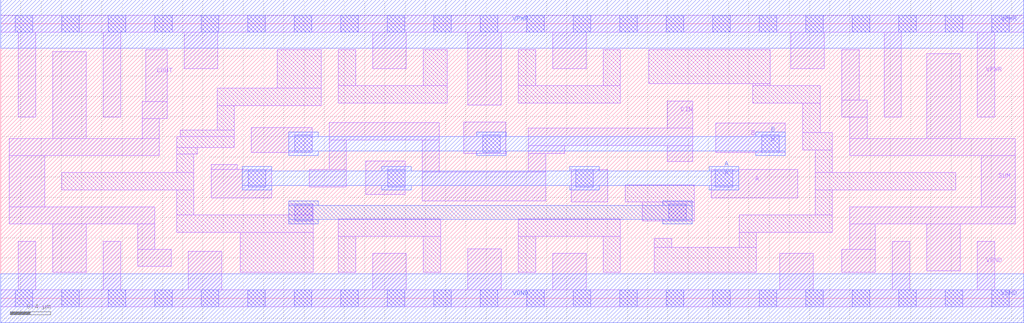
<source format=lef>
# Copyright 2020 The SkyWater PDK Authors
#
# Licensed under the Apache License, Version 2.0 (the "License");
# you may not use this file except in compliance with the License.
# You may obtain a copy of the License at
#
#     https://www.apache.org/licenses/LICENSE-2.0
#
# Unless required by applicable law or agreed to in writing, software
# distributed under the License is distributed on an "AS IS" BASIS,
# WITHOUT WARRANTIES OR CONDITIONS OF ANY KIND, either express or implied.
# See the License for the specific language governing permissions and
# limitations under the License.
#
# SPDX-License-Identifier: Apache-2.0

VERSION 5.7 ;
  NAMESCASESENSITIVE ON ;
  NOWIREEXTENSIONATPIN ON ;
  DIVIDERCHAR "/" ;
  BUSBITCHARS "[]" ;
UNITS
  DATABASE MICRONS 200 ;
END UNITS
MACRO sky130_fd_sc_hd__fa_4
  CLASS CORE ;
  SOURCE USER ;
  FOREIGN sky130_fd_sc_hd__fa_4 ;
  ORIGIN  0.000000  0.000000 ;
  SIZE  10.12000 BY  2.720000 ;
  SYMMETRY X Y R90 ;
  SITE unithd ;
  PIN A
    ANTENNAGATEAREA  0.633000 ;
    DIRECTION INPUT ;
    USE SIGNAL ;
    PORT
      LAYER li1 ;
        RECT 2.080000 0.995000 2.680000 1.275000 ;
        RECT 2.080000 1.275000 2.340000 1.325000 ;
        RECT 3.610000 1.030000 4.000000 1.360000 ;
        RECT 5.645000 0.955000 6.005000 1.275000 ;
        RECT 7.030000 0.995000 7.885000 1.275000 ;
      LAYER mcon ;
        RECT 2.450000 1.105000 2.620000 1.275000 ;
        RECT 3.830000 1.105000 4.000000 1.275000 ;
        RECT 5.690000 1.105000 5.860000 1.275000 ;
        RECT 7.070000 1.105000 7.240000 1.275000 ;
      LAYER met1 ;
        RECT 2.390000 1.075000 2.680000 1.120000 ;
        RECT 2.390000 1.120000 7.300000 1.260000 ;
        RECT 2.390000 1.260000 2.680000 1.305000 ;
        RECT 3.770000 1.075000 4.060000 1.120000 ;
        RECT 3.770000 1.260000 4.060000 1.305000 ;
        RECT 5.630000 1.075000 5.920000 1.120000 ;
        RECT 5.630000 1.260000 5.920000 1.305000 ;
        RECT 7.010000 1.075000 7.300000 1.120000 ;
        RECT 7.010000 1.260000 7.300000 1.305000 ;
    END
  END A
  PIN B
    ANTENNAGATEAREA  0.633000 ;
    DIRECTION INPUT ;
    USE SIGNAL ;
    PORT
      LAYER li1 ;
        RECT 2.480000 1.445000 3.080000 1.690000 ;
        RECT 4.580000 1.435000 4.995000 1.745000 ;
        RECT 7.075000 1.445000 7.760000 1.735000 ;
      LAYER mcon ;
        RECT 2.910000 1.445000 3.080000 1.615000 ;
        RECT 4.770000 1.445000 4.940000 1.615000 ;
        RECT 7.530000 1.445000 7.700000 1.615000 ;
      LAYER met1 ;
        RECT 2.850000 1.415000 3.140000 1.460000 ;
        RECT 2.850000 1.460000 7.760000 1.600000 ;
        RECT 2.850000 1.600000 3.140000 1.645000 ;
        RECT 4.710000 1.415000 5.000000 1.460000 ;
        RECT 4.710000 1.600000 5.000000 1.645000 ;
        RECT 7.470000 1.415000 7.760000 1.460000 ;
        RECT 7.470000 1.600000 7.760000 1.645000 ;
    END
  END B
  PIN CIN
    ANTENNAGATEAREA  0.477000 ;
    DIRECTION INPUT ;
    USE SIGNAL ;
    PORT
      LAYER li1 ;
        RECT 3.050000 1.105000 3.420000 1.275000 ;
        RECT 3.250000 1.275000 3.420000 1.570000 ;
        RECT 3.250000 1.570000 4.340000 1.740000 ;
        RECT 4.170000 0.965000 5.390000 1.250000 ;
        RECT 4.170000 1.250000 4.340000 1.570000 ;
        RECT 5.220000 1.250000 5.390000 1.435000 ;
        RECT 5.220000 1.435000 5.580000 1.515000 ;
        RECT 5.220000 1.515000 6.845000 1.685000 ;
        RECT 6.595000 1.355000 6.845000 1.515000 ;
        RECT 6.595000 1.685000 6.845000 1.955000 ;
    END
  END CIN
  PIN COUT
    ANTENNADIFFAREA  0.891000 ;
    DIRECTION OUTPUT ;
    USE SIGNAL ;
    PORT
      LAYER li1 ;
        RECT 0.085000 0.735000 1.525000 0.905000 ;
        RECT 0.085000 0.905000 0.435000 1.415000 ;
        RECT 0.085000 1.415000 1.570000 1.585000 ;
        RECT 0.515000 0.255000 0.845000 0.735000 ;
        RECT 0.515000 1.585000 0.845000 2.445000 ;
        RECT 1.355000 0.315000 1.685000 0.485000 ;
        RECT 1.355000 0.485000 1.525000 0.735000 ;
        RECT 1.400000 1.585000 1.570000 1.780000 ;
        RECT 1.400000 1.780000 1.645000 1.950000 ;
        RECT 1.435000 1.950000 1.645000 2.465000 ;
    END
  END COUT
  PIN SUM
    ANTENNADIFFAREA  0.943000 ;
    DIRECTION OUTPUT ;
    USE SIGNAL ;
    PORT
      LAYER li1 ;
        RECT 8.320000 0.255000  8.650000 0.485000 ;
        RECT 8.320000 1.795000  8.570000 1.965000 ;
        RECT 8.320000 1.965000  8.490000 2.465000 ;
        RECT 8.400000 0.485000  8.650000 0.735000 ;
        RECT 8.400000 0.735000 10.035000 0.905000 ;
        RECT 8.400000 1.415000 10.035000 1.585000 ;
        RECT 8.400000 1.585000  8.570000 1.795000 ;
        RECT 9.160000 0.270000  9.490000 0.735000 ;
        RECT 9.160000 1.585000  9.490000 2.425000 ;
        RECT 9.700000 0.905000 10.035000 1.415000 ;
    END
  END SUM
  PIN VGND
    DIRECTION INOUT ;
    SHAPE ABUTMENT ;
    USE GROUND ;
    PORT
      LAYER li1 ;
        RECT 0.000000 -0.085000 10.120000 0.085000 ;
        RECT 0.175000  0.085000  0.345000 0.565000 ;
        RECT 1.015000  0.085000  1.185000 0.565000 ;
        RECT 1.855000  0.085000  2.185000 0.465000 ;
        RECT 3.680000  0.085000  4.010000 0.445000 ;
        RECT 4.620000  0.085000  4.950000 0.490000 ;
        RECT 5.460000  0.085000  5.790000 0.445000 ;
        RECT 7.705000  0.085000  8.035000 0.445000 ;
        RECT 8.820000  0.085000  8.990000 0.565000 ;
        RECT 9.660000  0.085000  9.830000 0.565000 ;
      LAYER mcon ;
        RECT 0.145000 -0.085000 0.315000 0.085000 ;
        RECT 0.605000 -0.085000 0.775000 0.085000 ;
        RECT 1.065000 -0.085000 1.235000 0.085000 ;
        RECT 1.525000 -0.085000 1.695000 0.085000 ;
        RECT 1.985000 -0.085000 2.155000 0.085000 ;
        RECT 2.445000 -0.085000 2.615000 0.085000 ;
        RECT 2.905000 -0.085000 3.075000 0.085000 ;
        RECT 3.365000 -0.085000 3.535000 0.085000 ;
        RECT 3.825000 -0.085000 3.995000 0.085000 ;
        RECT 4.285000 -0.085000 4.455000 0.085000 ;
        RECT 4.745000 -0.085000 4.915000 0.085000 ;
        RECT 5.205000 -0.085000 5.375000 0.085000 ;
        RECT 5.665000 -0.085000 5.835000 0.085000 ;
        RECT 6.125000 -0.085000 6.295000 0.085000 ;
        RECT 6.585000 -0.085000 6.755000 0.085000 ;
        RECT 7.045000 -0.085000 7.215000 0.085000 ;
        RECT 7.505000 -0.085000 7.675000 0.085000 ;
        RECT 7.965000 -0.085000 8.135000 0.085000 ;
        RECT 8.425000 -0.085000 8.595000 0.085000 ;
        RECT 8.885000 -0.085000 9.055000 0.085000 ;
        RECT 9.345000 -0.085000 9.515000 0.085000 ;
        RECT 9.805000 -0.085000 9.975000 0.085000 ;
      LAYER met1 ;
        RECT 0.000000 -0.240000 10.120000 0.240000 ;
    END
  END VGND
  PIN VPWR
    DIRECTION INOUT ;
    SHAPE ABUTMENT ;
    USE POWER ;
    PORT
      LAYER li1 ;
        RECT 0.000000 2.635000 10.120000 2.805000 ;
        RECT 0.175000 1.795000  0.345000 2.635000 ;
        RECT 1.015000 1.795000  1.185000 2.635000 ;
        RECT 1.815000 2.275000  2.145000 2.635000 ;
        RECT 3.680000 2.275000  4.010000 2.635000 ;
        RECT 4.620000 1.915000  4.950000 2.635000 ;
        RECT 5.460000 2.275000  5.790000 2.635000 ;
        RECT 7.815000 2.275000  8.145000 2.635000 ;
        RECT 8.740000 1.795000  8.910000 2.635000 ;
        RECT 9.660000 1.795000  9.830000 2.635000 ;
      LAYER mcon ;
        RECT 0.145000 2.635000 0.315000 2.805000 ;
        RECT 0.605000 2.635000 0.775000 2.805000 ;
        RECT 1.065000 2.635000 1.235000 2.805000 ;
        RECT 1.525000 2.635000 1.695000 2.805000 ;
        RECT 1.985000 2.635000 2.155000 2.805000 ;
        RECT 2.445000 2.635000 2.615000 2.805000 ;
        RECT 2.905000 2.635000 3.075000 2.805000 ;
        RECT 3.365000 2.635000 3.535000 2.805000 ;
        RECT 3.825000 2.635000 3.995000 2.805000 ;
        RECT 4.285000 2.635000 4.455000 2.805000 ;
        RECT 4.745000 2.635000 4.915000 2.805000 ;
        RECT 5.205000 2.635000 5.375000 2.805000 ;
        RECT 5.665000 2.635000 5.835000 2.805000 ;
        RECT 6.125000 2.635000 6.295000 2.805000 ;
        RECT 6.585000 2.635000 6.755000 2.805000 ;
        RECT 7.045000 2.635000 7.215000 2.805000 ;
        RECT 7.505000 2.635000 7.675000 2.805000 ;
        RECT 7.965000 2.635000 8.135000 2.805000 ;
        RECT 8.425000 2.635000 8.595000 2.805000 ;
        RECT 8.885000 2.635000 9.055000 2.805000 ;
        RECT 9.345000 2.635000 9.515000 2.805000 ;
        RECT 9.805000 2.635000 9.975000 2.805000 ;
      LAYER met1 ;
        RECT 0.000000 2.480000 10.120000 2.960000 ;
    END
  END VPWR
  OBS
    LAYER li1 ;
      RECT 0.605000 1.075000 1.910000 1.245000 ;
      RECT 1.740000 0.655000 3.090000 0.825000 ;
      RECT 1.740000 0.825000 1.910000 1.075000 ;
      RECT 1.740000 1.245000 1.910000 1.430000 ;
      RECT 1.740000 1.430000 1.945000 1.495000 ;
      RECT 1.740000 1.495000 2.310000 1.600000 ;
      RECT 1.775000 1.600000 2.310000 1.665000 ;
      RECT 2.140000 1.665000 2.310000 1.910000 ;
      RECT 2.140000 1.910000 3.170000 2.080000 ;
      RECT 2.370000 0.255000 3.090000 0.655000 ;
      RECT 2.735000 2.080000 3.170000 2.465000 ;
      RECT 2.850000 0.825000 3.090000 0.935000 ;
      RECT 3.340000 0.255000 3.510000 0.615000 ;
      RECT 3.340000 0.615000 4.350000 0.785000 ;
      RECT 3.340000 1.935000 4.415000 2.105000 ;
      RECT 3.340000 2.105000 3.510000 2.465000 ;
      RECT 4.180000 0.255000 4.350000 0.615000 ;
      RECT 4.180000 2.105000 4.415000 2.465000 ;
      RECT 5.120000 0.255000 5.290000 0.615000 ;
      RECT 5.120000 0.615000 6.130000 0.785000 ;
      RECT 5.120000 1.935000 6.130000 2.105000 ;
      RECT 5.120000 2.105000 5.290000 2.465000 ;
      RECT 5.960000 0.255000 6.130000 0.615000 ;
      RECT 5.960000 2.105000 6.130000 2.465000 ;
      RECT 6.175000 0.955000 6.860000 1.125000 ;
      RECT 6.345000 0.765000 6.860000 0.955000 ;
      RECT 6.410000 2.125000 7.610000 2.465000 ;
      RECT 6.465000 0.255000 7.475000 0.505000 ;
      RECT 6.465000 0.505000 6.635000 0.595000 ;
      RECT 7.305000 0.505000 7.475000 0.655000 ;
      RECT 7.305000 0.655000 8.225000 0.825000 ;
      RECT 7.440000 1.935000 8.105000 2.105000 ;
      RECT 7.440000 2.105000 7.610000 2.125000 ;
      RECT 7.935000 1.470000 8.225000 1.640000 ;
      RECT 7.935000 1.640000 8.105000 1.935000 ;
      RECT 8.055000 0.825000 8.225000 1.075000 ;
      RECT 8.055000 1.075000 9.445000 1.245000 ;
      RECT 8.055000 1.245000 8.225000 1.470000 ;
    LAYER mcon ;
      RECT 2.910000 0.765000 3.080000 0.935000 ;
      RECT 6.610000 0.765000 6.780000 0.935000 ;
    LAYER met1 ;
      RECT 2.850000 0.735000 3.140000 0.780000 ;
      RECT 2.850000 0.780000 6.840000 0.920000 ;
      RECT 2.850000 0.920000 3.140000 0.965000 ;
      RECT 6.550000 0.735000 6.840000 0.780000 ;
      RECT 6.550000 0.920000 6.840000 0.965000 ;
  END
END sky130_fd_sc_hd__fa_4

</source>
